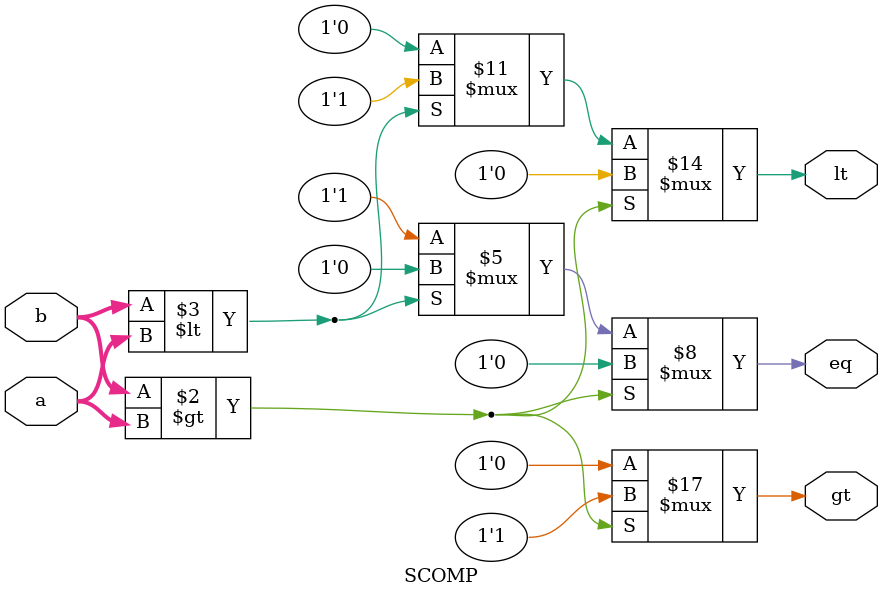
<source format=v>
`timescale 1ns / 1ns


module SCOMP(a,b,gt,lt,eq);

    parameter DATAWIDTH = 32;
    input signed [DATAWIDTH-1:0] a;
    input signed [DATAWIDTH-1:0] b;

    output reg gt,lt,eq;

    // Modified comparator to align with comments in sample behavioral netlist.
    // Comparator sets gt = 1 when b > a and lt = 1 when b < a.
    // Validated behavior with Dr. Tosi during office hours.
    always @(a,b) begin
        gt <= 0; lt <= 0; eq <= 0;
        
        if (b>a) begin
            gt <= 1;
        end
        else if (b<a) begin
            lt <= 1;
        end
        else begin
            eq <= 1;
        end
    end
endmodule
</source>
